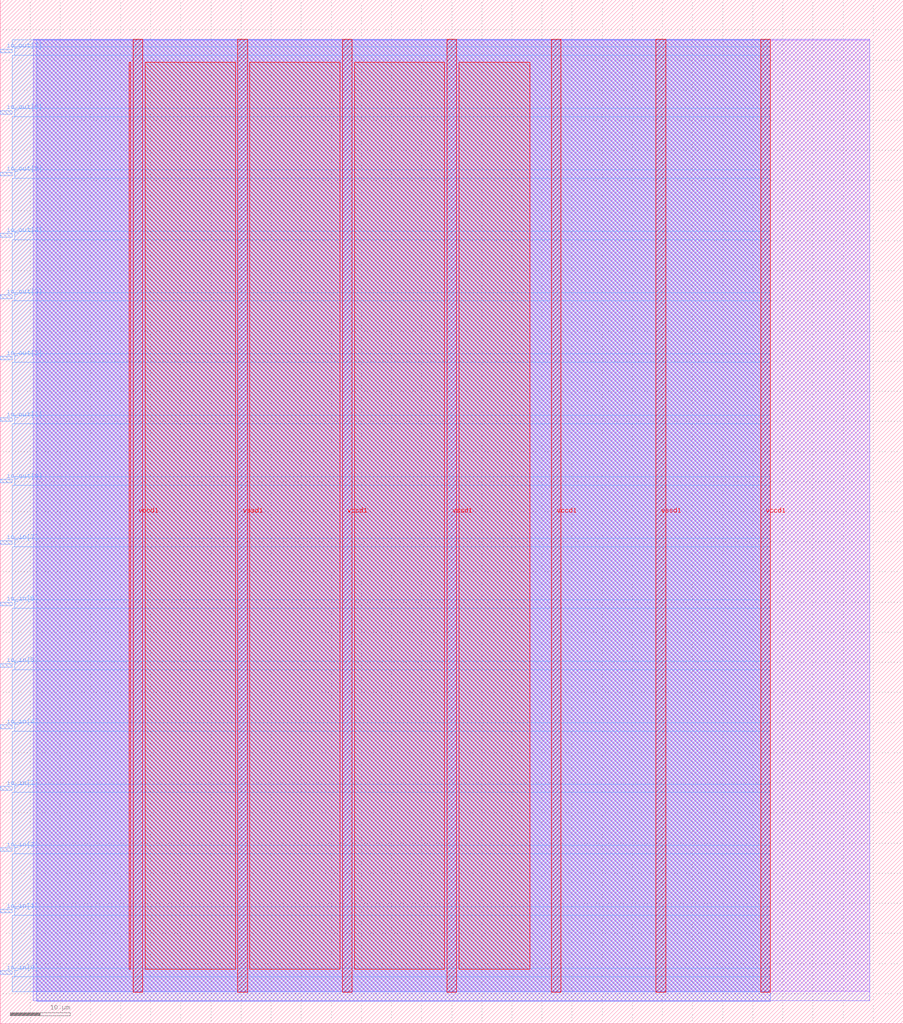
<source format=lef>
VERSION 5.7 ;
  NOWIREEXTENSIONATPIN ON ;
  DIVIDERCHAR "/" ;
  BUSBITCHARS "[]" ;
MACRO jleightcap_top
  CLASS BLOCK ;
  FOREIGN jleightcap_top ;
  ORIGIN 0.000 0.000 ;
  SIZE 150.000 BY 170.000 ;
  PIN io_in[0]
    DIRECTION INPUT ;
    USE SIGNAL ;
    PORT
      LAYER met3 ;
        RECT 0.000 8.200 2.000 8.800 ;
    END
  END io_in[0]
  PIN io_in[1]
    DIRECTION INPUT ;
    USE SIGNAL ;
    PORT
      LAYER met3 ;
        RECT 0.000 18.400 2.000 19.000 ;
    END
  END io_in[1]
  PIN io_in[2]
    DIRECTION INPUT ;
    USE SIGNAL ;
    PORT
      LAYER met3 ;
        RECT 0.000 28.600 2.000 29.200 ;
    END
  END io_in[2]
  PIN io_in[3]
    DIRECTION INPUT ;
    USE SIGNAL ;
    PORT
      LAYER met3 ;
        RECT 0.000 38.800 2.000 39.400 ;
    END
  END io_in[3]
  PIN io_in[4]
    DIRECTION INPUT ;
    USE SIGNAL ;
    PORT
      LAYER met3 ;
        RECT 0.000 49.000 2.000 49.600 ;
    END
  END io_in[4]
  PIN io_in[5]
    DIRECTION INPUT ;
    USE SIGNAL ;
    PORT
      LAYER met3 ;
        RECT 0.000 59.200 2.000 59.800 ;
    END
  END io_in[5]
  PIN io_in[6]
    DIRECTION INPUT ;
    USE SIGNAL ;
    PORT
      LAYER met3 ;
        RECT 0.000 69.400 2.000 70.000 ;
    END
  END io_in[6]
  PIN io_in[7]
    DIRECTION INPUT ;
    USE SIGNAL ;
    PORT
      LAYER met3 ;
        RECT 0.000 79.600 2.000 80.200 ;
    END
  END io_in[7]
  PIN io_out[0]
    DIRECTION OUTPUT TRISTATE ;
    USE SIGNAL ;
    PORT
      LAYER met3 ;
        RECT 0.000 89.800 2.000 90.400 ;
    END
  END io_out[0]
  PIN io_out[1]
    DIRECTION OUTPUT TRISTATE ;
    USE SIGNAL ;
    PORT
      LAYER met3 ;
        RECT 0.000 100.000 2.000 100.600 ;
    END
  END io_out[1]
  PIN io_out[2]
    DIRECTION OUTPUT TRISTATE ;
    USE SIGNAL ;
    PORT
      LAYER met3 ;
        RECT 0.000 110.200 2.000 110.800 ;
    END
  END io_out[2]
  PIN io_out[3]
    DIRECTION OUTPUT TRISTATE ;
    USE SIGNAL ;
    PORT
      LAYER met3 ;
        RECT 0.000 120.400 2.000 121.000 ;
    END
  END io_out[3]
  PIN io_out[4]
    DIRECTION OUTPUT TRISTATE ;
    USE SIGNAL ;
    PORT
      LAYER met3 ;
        RECT 0.000 130.600 2.000 131.200 ;
    END
  END io_out[4]
  PIN io_out[5]
    DIRECTION OUTPUT TRISTATE ;
    USE SIGNAL ;
    PORT
      LAYER met3 ;
        RECT 0.000 140.800 2.000 141.400 ;
    END
  END io_out[5]
  PIN io_out[6]
    DIRECTION OUTPUT TRISTATE ;
    USE SIGNAL ;
    PORT
      LAYER met3 ;
        RECT 0.000 151.000 2.000 151.600 ;
    END
  END io_out[6]
  PIN io_out[7]
    DIRECTION OUTPUT TRISTATE ;
    USE SIGNAL ;
    PORT
      LAYER met3 ;
        RECT 0.000 161.200 2.000 161.800 ;
    END
  END io_out[7]
  PIN vccd1
    DIRECTION INOUT ;
    USE POWER ;
    PORT
      LAYER met4 ;
        RECT 22.090 5.200 23.690 163.440 ;
    END
    PORT
      LAYER met4 ;
        RECT 56.830 5.200 58.430 163.440 ;
    END
    PORT
      LAYER met4 ;
        RECT 91.570 5.200 93.170 163.440 ;
    END
    PORT
      LAYER met4 ;
        RECT 126.310 5.200 127.910 163.440 ;
    END
  END vccd1
  PIN vssd1
    DIRECTION INOUT ;
    USE GROUND ;
    PORT
      LAYER met4 ;
        RECT 39.460 5.200 41.060 163.440 ;
    END
    PORT
      LAYER met4 ;
        RECT 74.200 5.200 75.800 163.440 ;
    END
    PORT
      LAYER met4 ;
        RECT 108.940 5.200 110.540 163.440 ;
    END
  END vssd1
  OBS
      LAYER li1 ;
        RECT 5.520 5.355 144.440 163.285 ;
      LAYER met1 ;
        RECT 5.520 3.780 144.440 163.440 ;
      LAYER met2 ;
        RECT 6.080 3.750 127.880 163.385 ;
      LAYER met3 ;
        RECT 2.000 162.200 127.900 163.365 ;
        RECT 2.400 160.800 127.900 162.200 ;
        RECT 2.000 152.000 127.900 160.800 ;
        RECT 2.400 150.600 127.900 152.000 ;
        RECT 2.000 141.800 127.900 150.600 ;
        RECT 2.400 140.400 127.900 141.800 ;
        RECT 2.000 131.600 127.900 140.400 ;
        RECT 2.400 130.200 127.900 131.600 ;
        RECT 2.000 121.400 127.900 130.200 ;
        RECT 2.400 120.000 127.900 121.400 ;
        RECT 2.000 111.200 127.900 120.000 ;
        RECT 2.400 109.800 127.900 111.200 ;
        RECT 2.000 101.000 127.900 109.800 ;
        RECT 2.400 99.600 127.900 101.000 ;
        RECT 2.000 90.800 127.900 99.600 ;
        RECT 2.400 89.400 127.900 90.800 ;
        RECT 2.000 80.600 127.900 89.400 ;
        RECT 2.400 79.200 127.900 80.600 ;
        RECT 2.000 70.400 127.900 79.200 ;
        RECT 2.400 69.000 127.900 70.400 ;
        RECT 2.000 60.200 127.900 69.000 ;
        RECT 2.400 58.800 127.900 60.200 ;
        RECT 2.000 50.000 127.900 58.800 ;
        RECT 2.400 48.600 127.900 50.000 ;
        RECT 2.000 39.800 127.900 48.600 ;
        RECT 2.400 38.400 127.900 39.800 ;
        RECT 2.000 29.600 127.900 38.400 ;
        RECT 2.400 28.200 127.900 29.600 ;
        RECT 2.000 19.400 127.900 28.200 ;
        RECT 2.400 18.000 127.900 19.400 ;
        RECT 2.000 9.200 127.900 18.000 ;
        RECT 2.400 7.800 127.900 9.200 ;
        RECT 2.000 5.275 127.900 7.800 ;
      LAYER met4 ;
        RECT 21.455 9.015 21.690 159.625 ;
        RECT 24.090 9.015 39.060 159.625 ;
        RECT 41.460 9.015 56.430 159.625 ;
        RECT 58.830 9.015 73.800 159.625 ;
        RECT 76.200 9.015 88.025 159.625 ;
  END
END jleightcap_top
END LIBRARY


</source>
